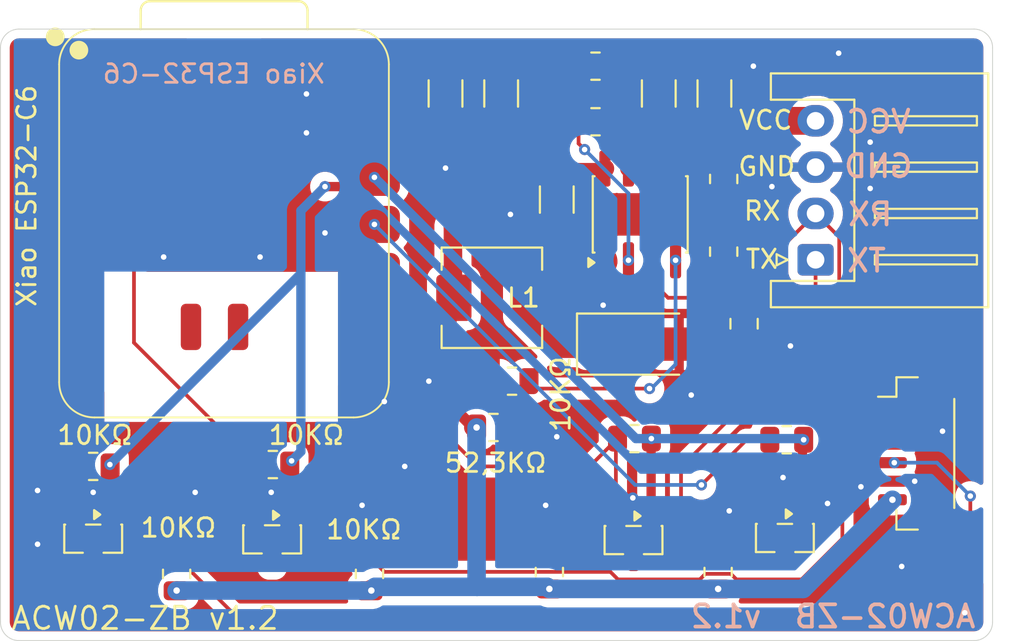
<source format=kicad_pcb>
(kicad_pcb (version 20241229) (generator "pcbnew") (generator_version "9.0")
  (layers (0 "F.Cu" signal) (2 "B.Cu" signal) (13 "F.Paste" user) (15 "B.Paste" user) (5 "F.SilkS" user "F.Silkscreen") (7 "B.SilkS" user "B.Silkscreen") (1 "F.Mask" user) (3 "B.Mask" user) (25 "Edge.Cuts" user))
  (net 0 "")
  (net 1 "+12V")
  (net 2 "GND")
  (net 3 "+5V")
  (net 4 "TX")
  (net 5 "+3.3V")
  (net 6 "RX")
  (net 7 "TX_5V")
  (net 8 "RX_5V")
  (net 9 "SW")
  (net 13 "GPIO2")
  (net 14 "GPIO1")
  (net 16 "Net-(U3-BST)")
  (net 17 "Net-(U3-COMP)")
  (net 18 "Net-(C6-Pad2)")
  (net 19 "Net-(U3-EN)")
  (net 20 "Net-(U3-FB)")
  (net 21 "Net-(U3-FREQ)")
  (net 35 "GPIO2HV")
  (net 36 "GPIO1HV")
  (footprint "Diode_SMD:D_SMA" (layer "F.Cu") (at 124.6 84)
    (property "Reference" "D1" (hide yes))
    (property "Value" "SS34")
    (pad "1" smd roundrect (at -2 0) (size 2.5 1.8) (layers "F.Cu" "F.Mask" "F.Paste") (roundrect_rratio 0.1388888889) (net 9 "SW"))
    (pad "2" smd roundrect (at 2 0) (size 2.5 1.8) (layers "F.Cu" "F.Mask" "F.Paste") (roundrect_rratio 0.1388888889) (net 2 "GND"))
  )
  (footprint "acw02_zb:XIAO-ESP32C6-SMD" (layer "F.Cu") (at 102.2816 77.5185)
    (property "Reference" "U1" (hide yes))
    (property "Value" "XIAO-ESP32-S3-SMD")
    (pad "1" smd roundrect (at -8.2816 -7.5985) (size 2.75 2) (layers "F.Cu" "F.Mask" "F.Paste"))
    (pad "2" smd roundrect (at -8.2816 -5.0585) (size 2.75 2) (layers "F.Cu" "F.Mask" "F.Paste") (net 14 "GPIO1"))
    (pad "3" smd roundrect (at -8.2816 -2.5185) (size 2.75 2) (layers "F.Cu" "F.Mask" "F.Paste") (net 13 "GPIO2"))
    (pad "4" smd roundrect (at -8.2816 0.0215) (size 2.75 2) (layers "F.Cu" "F.Mask" "F.Paste"))
    (pad "5" smd roundrect (at -8.2816 2.5615) (size 2.75 2) (layers "F.Cu" "F.Mask" "F.Paste"))
    (pad "6" smd roundrect (at -8.2816 5.1015) (size 2.75 2) (layers "F.Cu" "F.Mask" "F.Paste"))
    (pad "7" smd roundrect (at -8.2816 7.6415) (size 2.75 2) (layers "F.Cu" "F.Mask" "F.Paste"))
    (pad "8" smd roundrect (at 7.8834 7.6415) (size 2.75 2) (layers "F.Cu" "F.Mask" "F.Paste"))
    (pad "9" smd roundrect (at 7.8834 5.1015) (size 2.75 2) (layers "F.Cu" "F.Mask" "F.Paste"))
    (pad "10" smd roundrect (at 7.8834 2.5615) (size 2.75 2) (layers "F.Cu" "F.Mask" "F.Paste") (net 6 "RX"))
    (pad "11" smd roundrect (at 7.8834 0.0215) (size 2.75 2) (layers "F.Cu" "F.Mask" "F.Paste") (net 4 "TX"))
    (pad "12" smd roundrect (at 7.8834 -2.5185) (size 2.75 2) (layers "F.Cu" "F.Mask" "F.Paste") (net 5 "+3.3V"))
    (pad "13" smd roundrect (at 7.8834 -5.0585) (size 2.75 2) (layers "F.Cu" "F.Mask" "F.Paste") (net 2 "GND"))
    (pad "14" smd roundrect (at 7.8834 -7.5985) (size 2.75 2) (layers "F.Cu" "F.Mask" "F.Paste") (net 3 "+5V"))
    (pad "15" smd roundrect (at -2.008 5.5532 270) (size 2.5 1.1) (layers "F.Cu" "F.Mask" "F.Paste"))
    (pad "16" smd roundrect (at 0.532 5.5532 270) (size 2.5 1.1) (layers "F.Cu" "F.Mask" "F.Paste"))
    (pad "17" smd circle (at -1.5 -8.62) (size 1.7 1.7) (layers "F.Cu" "F.Mask" "F.Paste"))
    (pad "18" smd circle (at 1.04 -8.62) (size 1.7 1.7) (layers "F.Cu" "F.Mask" "F.Paste"))
    (pad "19" smd circle (at -1.5 -6.08) (size 1.7 1.7) (layers "F.Cu" "F.Mask" "F.Paste"))
    (pad "20" smd circle (at 1.04 -6.08) (size 1.7 1.7) (layers "F.Cu" "F.Mask" "F.Paste"))
    (pad "21" smd circle (at -1.5 -3.54) (size 1.7 1.7) (layers "F.Cu" "F.Mask" "F.Paste"))
    (pad "22" smd circle (at 1.04 -3.54) (size 1.7 1.7) (layers "F.Cu" "F.Mask" "F.Paste"))
    (pad "23" smd circle (at -1.5 -1) (size 1.7 1.7) (layers "F.Cu" "F.Mask" "F.Paste"))
    (pad "24" smd circle (at 0.9474 -1.0568) (size 1.7 1.7) (layers "F.Cu" "F.Mask" "F.Paste"))
  )
  (footprint "Resistor_SMD:R_0805_2012Metric" (layer "F.Cu") (at 99.5 96.4 90)
    (property "Reference" "R10" (hide yes))
    (property "Value" "10K")
    (pad "1" smd roundrect (at -0.9125 0 90) (size 1.025 1.4) (layers "F.Cu" "F.Mask" "F.Paste") (roundrect_rratio 0.243902) (net 3 "+5V"))
    (pad "2" smd roundrect (at 0.9125 0 90) (size 1.025 1.4) (layers "F.Cu" "F.Mask" "F.Paste") (roundrect_rratio 0.243902) (net 35 "GPIO2HV"))
  )
  (footprint "Resistor_SMD:R_0805_2012Metric" (layer "F.Cu") (at 132.4 89.1625 180)
    (property "Reference" "R11" (hide yes))
    (property "Value" "10K")
    (pad "1" smd roundrect (at -0.9125 0 180) (size 1.025 1.4) (layers "F.Cu" "F.Mask" "F.Paste") (roundrect_rratio 0.243902) (net 5 "+3.3V"))
    (pad "2" smd roundrect (at 0.9125 0 180) (size 1.025 1.4) (layers "F.Cu" "F.Mask" "F.Paste") (roundrect_rratio 0.243902) (net 4 "TX"))
  )
  (footprint "Resistor_SMD:R_0805_2012Metric" (layer "F.Cu") (at 122.0875 72 180)
    (property "Reference" "R1" (hide yes))
    (property "Value" "100K")
    (pad "1" smd roundrect (at -0.9125 0 180) (size 1.025 1.4) (layers "F.Cu" "F.Mask" "F.Paste") (roundrect_rratio 0.243902) (net 1 "+12V"))
    (pad "2" smd roundrect (at 0.9125 0 180) (size 1.025 1.4) (layers "F.Cu" "F.Mask" "F.Paste") (roundrect_rratio 0.243902) (net 19 "Net-(U3-EN)"))
  )
  (footprint "Capacitor_SMD:C_0805_2012Metric" (layer "F.Cu") (at 130.1 82.9 90)
    (property "Reference" "C6" (hide yes))
    (property "Value" "220pF")
    (pad "1" smd roundrect (at -0.95 0 90) (size 1 1.45) (layers "F.Cu" "F.Mask" "F.Paste") (net 17 "Net-(U3-COMP)"))
    (pad "2" smd roundrect (at 0.95 0 90) (size 1 1.45) (layers "F.Cu" "F.Mask" "F.Paste") (net 18 "Net-(C6-Pad2)"))
  )
  (footprint "Capacitor_SMD:C_1206_3216Metric" (layer "F.Cu") (at 120 76.2 -90)
    (property "Reference" "C5" (hide yes))
    (property "Value" "100nF")
    (pad "1" smd roundrect (at -1.475 0 270) (size 1.15 1.8) (layers "F.Cu" "F.Mask" "F.Paste") (roundrect_rratio 0.217391) (net 16 "Net-(U3-BST)"))
    (pad "2" smd roundrect (at 1.475 0 270) (size 1.15 1.8) (layers "F.Cu" "F.Mask" "F.Paste") (roundrect_rratio 0.217391) (net 9 "SW"))
  )
  (footprint "Resistor_SMD:R_0805_2012Metric" (layer "F.Cu") (at 124.1875 89.1 180)
    (property "Reference" "R13" (hide yes))
    (property "Value" "10K")
    (pad "1" smd roundrect (at -0.9125 0 180) (size 1.025 1.4) (layers "F.Cu" "F.Mask" "F.Paste") (roundrect_rratio 0.243902) (net 5 "+3.3V"))
    (pad "2" smd roundrect (at 0.9125 0 180) (size 1.025 1.4) (layers "F.Cu" "F.Mask" "F.Paste") (roundrect_rratio 0.243902) (net 6 "RX"))
  )
  (footprint "Inductor_SMD:L_APV_APH0530" (layer "F.Cu") (at 116.5 81.5 180)
    (property "Reference" "L1" (at -1.7 0 180) (layer "F.SilkS"))
    (property "Value" "10µH")
    (pad "1" smd roundrect (at -2.05 0 180) (size 1.9 2.5) (layers "F.Cu" "F.Mask" "F.Paste") (roundrect_rratio 0.131579) (net 9 "SW"))
    (pad "2" smd roundrect (at 2.05 0 180) (size 1.9 2.5) (layers "F.Cu" "F.Mask" "F.Paste") (roundrect_rratio 0.131579) (net 3 "+5V"))
  )
  (footprint "Package_TO_SOT_SMD:SOT-23" (layer "F.Cu") (at 132.3 94.4625 -90)
    (property "Reference" "Q3" (hide yes))
    (property "Value" "BSS138")
    (pad "1" smd roundrect (at -0.9375 -0.95 270) (size 1.475 0.6) (layers "F.Cu" "F.Mask" "F.Paste") (net 5 "+3.3V"))
    (pad "2" smd roundrect (at -0.9375 0.95 270) (size 1.475 0.6) (layers "F.Cu" "F.Mask" "F.Paste") (net 4 "TX"))
    (pad "3" smd roundrect (at 0.9375 0 270) (size 1.475 0.6) (layers "F.Cu" "F.Mask" "F.Paste") (net 8 "RX_5V"))
  )
  (footprint "Package_TO_SOT_SMD:SOT-23" (layer "F.Cu") (at 95 94.5 -90)
    (property "Reference" "Q1" (hide yes))
    (property "Value" "BSS138")
    (pad "1" smd roundrect (at -0.9375 -0.95 270) (size 1.475 0.6) (layers "F.Cu" "F.Mask" "F.Paste") (net 5 "+3.3V"))
    (pad "2" smd roundrect (at -0.9375 0.95 270) (size 1.475 0.6) (layers "F.Cu" "F.Mask" "F.Paste") (net 13 "GPIO2"))
    (pad "3" smd roundrect (at 0.9375 0 270) (size 1.475 0.6) (layers "F.Cu" "F.Mask" "F.Paste") (net 35 "GPIO2HV"))
  )
  (footprint "Resistor_SMD:R_0805_2012Metric" (layer "F.Cu") (at 116.5875 88.5 180)
    (property "Reference" "R5" (hide yes))
    (property "Value" "52.3K")
    (pad "1" smd roundrect (at -0.9125 0 180) (size 1.025 1.4) (layers "F.Cu" "F.Mask" "F.Paste") (roundrect_rratio 0.243902) (net 20 "Net-(U3-FB)"))
    (pad "2" smd roundrect (at 0.9125 0 180) (size 1.025 1.4) (layers "F.Cu" "F.Mask" "F.Paste") (roundrect_rratio 0.243902) (net 3 "+5V"))
  )
  (footprint "Capacitor_SMD:C_1206_3216Metric" (layer "F.Cu") (at 125.5 70.475 90)
    (property "Reference" "C3" (hide yes))
    (property "Value" "100nF")
    (pad "1" smd roundrect (at -1.475 0 90) (size 1.15 1.8) (layers "F.Cu" "F.Mask" "F.Paste") (roundrect_rratio 0.217391) (net 1 "+12V"))
    (pad "2" smd roundrect (at 1.475 0 90) (size 1.15 1.8) (layers "F.Cu" "F.Mask" "F.Paste") (roundrect_rratio 0.217391) (net 2 "GND"))
  )
  (footprint "Connector_JST:JST_SH_BM06B-SRSS-TB_1x06-1MP_P1.00mm_Vertical" (layer "F.Cu") (at 139.425 89.9 -90)
    (property "Reference" "J6" (hide yes))
    (property "Value" "Conn_01x06_Pin")
    (pad "1" smd roundrect (at -2.5 1.325 270) (size 0.6 1.55) (layers "F.Cu" "F.Mask" "F.Paste") (net 7 "TX_5V"))
    (pad "2" smd roundrect (at -1.5 1.325 270) (size 0.6 1.55) (layers "F.Cu" "F.Mask" "F.Paste") (net 8 "RX_5V"))
    (pad "3" smd roundrect (at -0.5 1.325 270) (size 0.6 1.55) (layers "F.Cu" "F.Mask" "F.Paste") (net 36 "GPIO1HV"))
    (pad "4" smd roundrect (at 0.5 1.325 270) (size 0.6 1.55) (layers "F.Cu" "F.Mask" "F.Paste") (net 35 "GPIO2HV"))
    (pad "5" smd roundrect (at 1.5 1.325 270) (size 0.6 1.55) (layers "F.Cu" "F.Mask" "F.Paste") (net 2 "GND"))
    (pad "6" smd roundrect (at 2.5 1.325 270) (size 0.6 1.55) (layers "F.Cu" "F.Mask" "F.Paste") (net 3 "+5V"))
    (pad "MP" smd roundrect (at -3.8 -1.2 270) (size 1.2 1.8) (layers "F.Cu" "F.Mask" "F.Paste") (roundrect_rratio 0.208333))
    (pad "MP" smd roundrect (at 3.8 -1.2 270) (size 1.2 1.8) (layers "F.Cu" "F.Mask" "F.Paste") (roundrect_rratio 0.208333))
  )
  (footprint "Resistor_SMD:R_0805_2012Metric" (layer "F.Cu") (at 95 90.6 180)
    (property "Reference" "R9" (hide yes))
    (property "Value" "10K")
    (pad "1" smd roundrect (at -0.9125 0 180) (size 1.025 1.4) (layers "F.Cu" "F.Mask" "F.Paste") (roundrect_rratio 0.243902) (net 5 "+3.3V"))
    (pad "2" smd roundrect (at 0.9125 0 180) (size 1.025 1.4) (layers "F.Cu" "F.Mask" "F.Paste") (roundrect_rratio 0.243902) (net 13 "GPIO2"))
  )
  (footprint "Resistor_SMD:R_0805_2012Metric" (layer "F.Cu") (at 119.6 96.3 90)
    (property "Reference" "R14" (hide yes))
    (property "Value" "10K")
    (pad "1" smd roundrect (at -0.9125 0 90) (size 1.025 1.4) (layers "F.Cu" "F.Mask" "F.Paste") (roundrect_rratio 0.243902) (net 3 "+5V"))
    (pad "2" smd roundrect (at 0.9125 0 90) (size 1.025 1.4) (layers "F.Cu" "F.Mask" "F.Paste") (roundrect_rratio 0.243902) (net 7 "TX_5V"))
  )
  (footprint "Package_SO:SOIC-8-1EP_3.9x4.9mm_P1.27mm_EP2.29x3mm" (layer "F.Cu") (at 124.5 77 90)
    (property "Reference" "U3" (hide yes))
    (property "Value" "MP1584EN-LF-Z")
    (pad "1" smd roundrect (at -2.475 -1.905 90) (size 1.95 0.6) (layers "F.Cu" "F.Mask" "F.Paste") (net 9 "SW"))
    (pad "2" smd roundrect (at -2.475 -0.635 90) (size 1.95 0.6) (layers "F.Cu" "F.Mask" "F.Paste") (net 19 "Net-(U3-EN)"))
    (pad "3" smd roundrect (at -2.475 0.635 90) (size 1.95 0.6) (layers "F.Cu" "F.Mask" "F.Paste") (net 17 "Net-(U3-COMP)"))
    (pad "4" smd roundrect (at -2.475 1.905 90) (size 1.95 0.6) (layers "F.Cu" "F.Mask" "F.Paste") (net 20 "Net-(U3-FB)"))
    (pad "5" smd roundrect (at 2.475 1.905 90) (size 1.95 0.6) (layers "F.Cu" "F.Mask" "F.Paste") (net 2 "GND"))
    (pad "6" smd roundrect (at 2.475 0.635 90) (size 1.95 0.6) (layers "F.Cu" "F.Mask" "F.Paste") (net 21 "Net-(U3-FREQ)"))
    (pad "7" smd roundrect (at 2.475 -0.635 90) (size 1.95 0.6) (layers "F.Cu" "F.Mask" "F.Paste") (net 1 "+12V"))
    (pad "8" smd roundrect (at 2.475 -1.905 90) (size 1.95 0.6) (layers "F.Cu" "F.Mask" "F.Paste") (net 16 "Net-(U3-BST)"))
    (pad "9" smd rect (at 0 0 90) (size 2.29 3) (property pad_prop_heatsink) (layers "F.Cu" "F.Mask") (net 2 "GND"))
  )
  (footprint "Capacitor_SMD:C_1206_3216Metric" (layer "F.Cu") (at 128.5 70.475 90)
    (property "Reference" "C2" (hide yes))
    (property "Value" "10µF-25V")
    (pad "1" smd roundrect (at -1.475 0 90) (size 1.15 1.8) (layers "F.Cu" "F.Mask" "F.Paste") (roundrect_rratio 0.217391) (net 1 "+12V"))
    (pad "2" smd roundrect (at 1.475 0 90) (size 1.15 1.8) (layers "F.Cu" "F.Mask" "F.Paste") (roundrect_rratio 0.217391) (net 2 "GND"))
  )
  (footprint "Resistor_SMD:R_0805_2012Metric" (layer "F.Cu") (at 129 75.0875 -90)
    (property "Reference" "R4" (hide yes))
    (property "Value" "200K")
    (pad "1" smd roundrect (at -0.9125 0 270) (size 1.025 1.4) (layers "F.Cu" "F.Mask" "F.Paste") (roundrect_rratio 0.243902) (net 21 "Net-(U3-FREQ)"))
    (pad "2" smd roundrect (at 0.9125 0 270) (size 1.025 1.4) (layers "F.Cu" "F.Mask" "F.Paste") (roundrect_rratio 0.243902) (net 2 "GND"))
  )
  (footprint "Resistor_SMD:R_0805_2012Metric" (layer "F.Cu") (at 109.9 96.4 90)
    (property "Reference" "R8" (hide yes))
    (property "Value" "10K")
    (pad "1" smd roundrect (at -0.9125 0 90) (size 1.025 1.4) (layers "F.Cu" "F.Mask" "F.Paste") (roundrect_rratio 0.243902) (net 3 "+5V"))
    (pad "2" smd roundrect (at 0.9125 0 90) (size 1.025 1.4) (layers "F.Cu" "F.Mask" "F.Paste") (roundrect_rratio 0.243902) (net 36 "GPIO1HV"))
  )
  (footprint "Capacitor_SMD:C_1206_3216Metric" (layer "F.Cu") (at 117 70.475 -90)
    (property "Reference" "C7" (hide yes))
    (property "Value" "22µF-10V")
    (pad "1" smd roundrect (at -1.475 0 270) (size 1.15 1.8) (layers "F.Cu" "F.Mask" "F.Paste") (roundrect_rratio 0.217391) (net 3 "+5V"))
    (pad "2" smd roundrect (at 1.475 0 270) (size 1.15 1.8) (layers "F.Cu" "F.Mask" "F.Paste") (roundrect_rratio 0.217391) (net 2 "GND"))
  )
  (footprint "Resistor_SMD:R_0805_2012Metric" (layer "F.Cu") (at 122.0875 69)
    (property "Reference" "R2" (hide yes))
    (property "Value" "24.9K")
    (pad "1" smd roundrect (at -0.9125 0) (size 1.025 1.4) (layers "F.Cu" "F.Mask" "F.Paste") (roundrect_rratio 0.243902) (net 19 "Net-(U3-EN)"))
    (pad "2" smd roundrect (at 0.9125 0) (size 1.025 1.4) (layers "F.Cu" "F.Mask" "F.Paste") (roundrect_rratio 0.243902) (net 2 "GND"))
  )
  (footprint "Capacitor_SMD:C_1206_3216Metric" (layer "F.Cu") (at 114 70.475 -90)
    (property "Reference" "C8" (hide yes))
    (property "Value" "100nF")
    (pad "1" smd roundrect (at -1.475 0 270) (size 1.15 1.8) (layers "F.Cu" "F.Mask" "F.Paste") (roundrect_rratio 0.217391) (net 3 "+5V"))
    (pad "2" smd roundrect (at 1.475 0 270) (size 1.15 1.8) (layers "F.Cu" "F.Mask" "F.Paste") (roundrect_rratio 0.217391) (net 2 "GND"))
  )
  (footprint "Resistor_SMD:R_0805_2012Metric" (layer "F.Cu") (at 128.7 96.3 90)
    (property "Reference" "R12" (hide yes))
    (property "Value" "10K")
    (pad "1" smd roundrect (at -0.9125 0 90) (size 1.025 1.4) (layers "F.Cu" "F.Mask" "F.Paste") (roundrect_rratio 0.243902) (net 3 "+5V"))
    (pad "2" smd roundrect (at 0.9125 0 90) (size 1.025 1.4) (layers "F.Cu" "F.Mask" "F.Paste") (roundrect_rratio 0.243902) (net 8 "RX_5V"))
  )
  (footprint "Connector_JST:JST_XH_S4B-XH-A_1x04_P2.50mm_Horizontal" (layer "F.Cu") (at 133.955 79.45 90)
    (property "Reference" "J1" (hide yes))
    (property "Value" "Conn_01x04_Socket")
    (pad "1" thru_hole roundrect (at 0 0 90) (size 1.7 1.95) (drill 0.95) (layers "*.Cu" "*.Mask") (roundrect_rratio 0.147059) (net 8 "RX_5V"))
    (pad "2" thru_hole oval (at 2.5 0 90) (size 1.7 1.95) (drill 0.95) (layers "*.Cu" "*.Mask") (net 7 "TX_5V"))
    (pad "3" thru_hole oval (at 5 0 90) (size 1.7 1.95) (drill 0.95) (layers "*.Cu" "*.Mask") (net 2 "GND"))
    (pad "4" thru_hole oval (at 7.5 0 90) (size 1.7 1.95) (drill 0.95) (layers "*.Cu" "*.Mask") (net 1 "+12V"))
  )
  (footprint "Resistor_SMD:R_0805_2012Metric" (layer "F.Cu") (at 129 79.01 90)
    (property "Reference" "R6" (hide yes))
    (property "Value" "10K")
    (pad "1" smd roundrect (at -0.9125 0 90) (size 1.025 1.4) (layers "F.Cu" "F.Mask" "F.Paste") (roundrect_rratio 0.243902) (net 18 "Net-(C6-Pad2)"))
    (pad "2" smd roundrect (at 0.9125 0 90) (size 1.025 1.4) (layers "F.Cu" "F.Mask" "F.Paste") (roundrect_rratio 0.243902) (net 2 "GND"))
  )
  (footprint "Resistor_SMD:R_0805_2012Metric" (layer "F.Cu") (at 104.6875 90.5 180)
    (property "Reference" "R7" (hide yes))
    (property "Value" "10K")
    (pad "1" smd roundrect (at -0.9125 0 180) (size 1.025 1.4) (layers "F.Cu" "F.Mask" "F.Paste") (roundrect_rratio 0.243902) (net 5 "+3.3V"))
    (pad "2" smd roundrect (at 0.9125 0 180) (size 1.025 1.4) (layers "F.Cu" "F.Mask" "F.Paste") (roundrect_rratio 0.243902) (net 14 "GPIO1"))
  )
  (footprint "Package_TO_SOT_SMD:SOT-23" (layer "F.Cu") (at 124.1375 94.575 -90)
    (property "Reference" "Q4" (hide yes))
    (property "Value" "BSS138")
    (pad "1" smd roundrect (at -0.9375 -0.95 270) (size 1.475 0.6) (layers "F.Cu" "F.Mask" "F.Paste") (net 5 "+3.3V"))
    (pad "2" smd roundrect (at -0.9375 0.95 270) (size 1.475 0.6) (layers "F.Cu" "F.Mask" "F.Paste") (net 6 "RX"))
    (pad "3" smd roundrect (at 0.9375 0 270) (size 1.475 0.6) (layers "F.Cu" "F.Mask" "F.Paste") (net 7 "TX_5V"))
  )
  (footprint "Resistor_SMD:R_0805_2012Metric" (layer "F.Cu") (at 117.5875 86 180)
    (property "Reference" "R3" (hide yes))
    (property "Value" "10K")
    (pad "1" smd roundrect (at -0.9125 0 180) (size 1.025 1.4) (layers "F.Cu" "F.Mask" "F.Paste") (roundrect_rratio 0.243902) (net 20 "Net-(U3-FB)"))
    (pad "2" smd roundrect (at 0.9125 0 180) (size 1.025 1.4) (layers "F.Cu" "F.Mask" "F.Paste") (roundrect_rratio 0.243902) (net 2 "GND"))
  )
  (footprint "Package_TO_SOT_SMD:SOT-23" (layer "F.Cu") (at 104.65 94.5375 -90)
    (property "Reference" "Q2" (hide yes))
    (property "Value" "BSS138")
    (pad "1" smd roundrect (at -0.9375 -0.95 270) (size 1.475 0.6) (layers "F.Cu" "F.Mask" "F.Paste") (net 5 "+3.3V"))
    (pad "2" smd roundrect (at -0.9375 0.95 270) (size 1.475 0.6) (layers "F.Cu" "F.Mask" "F.Paste") (net 14 "GPIO1"))
    (pad "3" smd roundrect (at 0.9375 0 270) (size 1.475 0.6) (layers "F.Cu" "F.Mask" "F.Paste") (net 36 "GPIO1HV"))
  )
  (gr_line (start 143.5 68) (end 143.5 99) (stroke (width 0.05)) (layer "Edge.Cuts"))
  (gr_line (start 91 67) (end 142.5 67) (stroke (width 0.05)) (layer "Edge.Cuts"))
  (gr_line (start 142.5 100) (end 91 100) (stroke (width 0.05)) (layer "Edge.Cuts"))
  (gr_arc (start 90 68) (mid 90.292893 67.292893) (end 91 67) (stroke (width 0.05)) (layer "Edge.Cuts"))
  (gr_arc (start 143.5 99) (mid 143.207107 99.707107) (end 142.5 100) (stroke (width 0.05)) (layer "Edge.Cuts"))
  (gr_line (start 90 99) (end 90 68) (stroke (width 0.05)) (layer "Edge.Cuts"))
  (gr_arc (start 142.5 67) (mid 143.207107 67.292893) (end 143.5 68) (stroke (width 0.05)) (layer "Edge.Cuts"))
  (gr_arc (start 91 100) (mid 90.292893 99.707107) (end 90 99) (stroke (width 0.05)) (layer "Edge.Cuts"))
  (gr_text "10KΩ" (at 95.1 89.5 0) (layer "F.SilkS") (effects (font (size 1 1)) (justify bottom)))
  (gr_text "10KΩ" (at 109.6 94.6 0) (layer "F.SilkS") (effects (font (size 1 1)) (justify bottom)))
  (gr_text "10KΩ" (at 106.5 89.5 0) (layer "F.SilkS") (effects (font (size 1 1)) (justify bottom)))
  (gr_text "10KΩ" (at 120.8 86.7 90) (layer "F.SilkS") (effects (font (size 1 1)) (justify bottom)))
  (gr_text "52,3KΩ" (at 116.7 91 0) (layer "F.SilkS") (effects (font (size 1 1)) (justify bottom)))
  (gr_text "TX" (at 130.1 80 0) (layer "F.SilkS") (effects (font (size 1 1) (thickness 0.15) (bold yes)) (justify left bottom)))
  (gr_text "10KΩ" (at 99.6 94.5 0) (layer "F.SilkS") (effects (font (size 1 1)) (justify bottom)))
  (gr_text "ACW02-ZB v1.2" (at 97.8 99.5 0) (layer "F.SilkS") (effects (font (size 1.2 1.2)) (justify bottom)))
  (gr_text "VCC" (at 129.735 72.5 0) (layer "F.SilkS") (effects (font (size 1 1) (thickness 0.15) (bold yes)) (justify left bottom)))
  (gr_text "GND" (at 129.7 75 0) (layer "F.SilkS") (effects (font (size 1 1) (thickness 0.15) (bold yes)) (justify left bottom)))
  (gr_text "RX" (at 130 77.4 0) (layer "F.SilkS") (effects (font (size 1 1) (thickness 0.15) (bold yes)) (justify left bottom)))
  (gr_text "Xiao ESP32-C6" (at 92 76 90) (layer "F.SilkS") (effects (font (size 1 1)) (justify bottom)))
  (gr_text "ACW02-ZB  v1.2" (at 134.9 99.4 0) (layer "B.SilkS") (effects (font (size 1.2 1.2) (thickness 0.2) (bold yes)) (justify bottom mirror)))
  (gr_text "TX" (at 136.7 80.2 0) (layer "B.SilkS") (effects (font (size 1.2 1.2) (thickness 0.2) (bold yes)) (justify bottom mirror)))
  (gr_text "RX" (at 138.2 77.7 0) (layer "B.SilkS") (effects (font (size 1.2 1.2) (thickness 0.2) (bold yes)) (justify left bottom mirror)))
  (gr_text "VCC" (at 139.2 72.7 0) (layer "B.SilkS") (effects (font (size 1.2 1.2) (thickness 0.2) (bold yes)) (justify left bottom mirror)))
  (gr_text "GND" (at 139.3 75.1 0) (layer "B.SilkS") (effects (font (size 1.2 1.2) (thickness 0.2) (bold yes)) (justify left bottom mirror)))
  (gr_text "Xiao ESP32-C6" (at 101.5 70 0) (layer "B.SilkS") (effects (font (size 1 1)) (justify bottom mirror)))
  (segment (start 123 72) (end 123 72.252372) (width 1.5) (layer "F.Cu") (net 1))
  (segment (start 123 72.252372) (end 123.865 73.117372) (width 1.5) (layer "F.Cu") (net 1))
  (segment (start 123.05 71.95) (end 123 72) (width 1.5) (layer "F.Cu") (net 1))
  (segment (start 133.955 71.95) (end 128.5 71.95) (width 1.5) (layer "F.Cu") (net 1))
  (segment (start 125.5 71.95) (end 123.05 71.95) (width 1.5) (layer "F.Cu") (net 1))
  (segment (start 128.5 71.95) (end 125.5 71.95) (width 1.5) (layer "F.Cu") (net 1))
  (segment (start 123.865 74.525) (end 123.865 73.117372) (width 0.9) (layer "F.Cu") (net 1))
  (segment (start 113.49 72.46) (end 114 71.95) (width 2) (layer "F.Cu") (net 2))
  (segment (start 110.165 72.46) (end 113.49 72.46) (width 2) (layer "F.Cu") (net 2))
  (segment (start 114 71.95) (end 117 71.95) (width 2) (layer "F.Cu") (net 2))
  (via (at 95 92) (size 0.6) (drill 0.3) (layers "F.Cu" "B.Cu") (net 2))
  (via (at 124.1 92.3) (size 0.6) (drill 0.3) (layers "F.Cu" "B.Cu") (net 2))
  (via (at 109.5 92.7) (size 0.6) (drill 0.3) (layers "F.Cu" "B.Cu") (net 2))
  (via (at 132.6 84.1) (size 0.6) (drill 0.3) (layers "F.Cu" "B.Cu") (net 2))
  (via (at 110.7 87.1) (size 0.6) (drill 0.3) (layers "F.Cu" "B.Cu") (net 2))
  (via (at 136.4 91.7) (size 0.6) (drill 0.3) (layers "F.Cu" "B.Cu") (net 2))
  (via (at 122.5 81.9) (size 0.6) (drill 0.3) (layers "F.Cu" "B.Cu") (net 2))
  (via (at 113.1 86) (size 0.6) (drill 0.3) (layers "F.Cu" "B.Cu") (net 2))
  (via (at 98.8 79.3) (size 0.6) (drill 0.3) (layers "F.Cu" "B.Cu") (net 2))
  (via (at 117.5 77) (size 0.6) (drill 0.3) (layers "F.Cu" "B.Cu") (net 2))
  (via (at 140.8 88.7) (size 0.6) (drill 0.3) (layers "F.Cu" "B.Cu") (net 2))
  (via (at 132.2 91.2) (size 0.6) (drill 0.3) (layers "F.Cu" "B.Cu") (net 2))
  (via (at 134.6 92.6) (size 0.6) (drill 0.3) (layers "F.Cu" "B.Cu") (net 2))
  (via (at 104 79.3) (size 0.6) (drill 0.3) (layers "F.Cu" "B.Cu") (net 2))
  (via (at 92 94.8) (size 0.6) (drill 0.3) (layers "F.Cu" "B.Cu") (net 2))
  (via (at 120 89) (size 0.6) (drill 0.3) (layers "F.Cu" "B.Cu") (net 2))
  (via (at 106.5 70.5) (size 0.6) (drill 0.3) (layers "F.Cu" "B.Cu") (net 2))
  (via (at 127.25 86.75) (size 0.6) (drill 0.3) (layers "F.Cu" "B.Cu") (net 2))
  (via (at 135.2 68.3) (size 0.6) (drill 0.3) (layers "F.Cu" "B.Cu") (net 2))
  (via (at 100.5 92) (size 0.6) (drill 0.3) (layers "F.Cu" "B.Cu") (net 2))
  (via (at 130.6 69) (size 0.6) (drill 0.3) (layers "F.Cu" "B.Cu") (net 2))
  (via (at 136.9 73.1) (size 0.6) (drill 0.3) (layers "F.Cu" "B.Cu") (net 2))
  (via (at 136.9 75.6) (size 0.6) (drill 0.3) (layers "F.Cu" "B.Cu") (net 2))
  (via (at 106.5 72.6) (size 0.6) (drill 0.3) (layers "F.Cu" "B.Cu") (net 2))
  (via (at 129.3 93) (size 0.6) (drill 0.3) (layers "F.Cu" "B.Cu") (net 2))
  (via (at 111.8 90.6) (size 0.6) (drill 0.3) (layers "F.Cu" "B.Cu") (net 2))
  (via (at 114 74.5) (size 0.6) (drill 0.3) (layers "F.Cu" "B.Cu") (net 2))
  (via (at 131.6 75.5) (size 0.6) (drill 0.3) (layers "F.Cu" "B.Cu") (net 2))
  (via (at 142 98.5) (size 0.6) (drill 0.3) (layers "F.Cu" "B.Cu") (net 2))
  (via (at 138.6 96) (size 0.6) (drill 0.3) (layers "F.Cu" "B.Cu") (net 2))
  (via (at 92 91.9) (size 0.6) (drill 0.3) (layers "F.Cu" "B.Cu") (net 2))
  (via (at 119.4 92.7) (size 0.6) (drill 0.3) (layers "F.Cu" "B.Cu") (net 2))
  (via (at 104.6 92) (size 0.6) (drill 0.3) (layers "F.Cu" "B.Cu") (net 2))
  (via (at 139.3 91.4) (size 0.6) (drill 0.3) (layers "F.Cu" "B.Cu") (net 2))
  (via (at 107.5 78) (size 0.6) (drill 0.3) (layers "F.Cu" "B.Cu") (net 2))
  (segment (start 114.4 77.651222) (end 114.4 81.45) (width 1) (layer "F.Cu") (net 3))
  (segment (start 119.5 72.551222) (end 114.4 77.651222) (width 1) (layer "F.Cu") (net 3))
  (segment (start 118.5 69) (end 119.5 70) (width 1) (layer "F.Cu") (net 3))
  (segment (start 112 69) (end 114 69) (width 1) (layer "F.Cu") (net 3))
  (segment (start 114 69) (end 117 69) (width 1) (layer "F.Cu") (net 3))
  (segment (start 109.9 97.3125) (end 110 97.2125) (width 1) (layer "F.Cu") (net 3))
  (segment (start 119.5 70) (end 119.5 72.551222) (width 1) (layer "F.Cu") (net 3))
  (segment (start 114.25 81.5) (end 114.3 81.55) (width 1) (layer "F.Cu") (net 3))
  (segment (start 114.45 81.5) (end 114.25 81.5) (width 1) (layer "F.Cu") (net 3))
  (segment (start 110.165 69.92) (end 111.08 69.92) (width 1) (layer "F.Cu") (net 3))
  (segment (start 117 69) (end 118.5 69) (width 1) (layer "F.Cu") (net 3))
  (segment (start 114.3 81.55) (end 114.3 87.3) (width 0.6) (layer "F.Cu") (net 3))
  (segment (start 114.4 81.45) (end 114.45 81.5) (width 1) (layer "F.Cu") (net 3))
  (segment (start 99.5 97.3125) (end 99.5 97.3) (width 1) (layer "F.Cu") (net 3))
  (segment (start 114.3 87.3) (end 115.5 88.5) (width 0.6) (layer "F.Cu") (net 3))
  (segment (start 111.08 69.92) (end 112 69) (width 1) (layer "F.Cu") (net 3))
  (segment (start 115.5 88.5) (end 115.675 88.5) (width 1) (layer "F.Cu") (net 3))
  (via (at 110 97.3) (size 0.7) (drill 0.35) (layers "F.Cu" "B.Cu") (net 3))
  (via (at 115.675 88.5) (size 0.7) (drill 0.35) (layers "F.Cu" "B.Cu") (net 3))
  (via (at 119.6 97.2125) (size 0.7) (drill 0.35) (layers "F.Cu" "B.Cu") (net 3))
  (via (at 99.5 97.3) (size 0.7) (drill 0.35) (layers "F.Cu" "B.Cu") (net 3))
  (via (at 128.7 97.2125) (size 0.7) (drill 0.35) (layers "F.Cu" "B.Cu") (net 3))
  (via (at 138.1 92.4) (size 0.7) (drill 0.35) (layers "F.Cu" "B.Cu") (net 3))
  (segment (start 110 97.3) (end 110.2 97.1) (width 1) (layer "B.Cu") (net 3))
  (segment (start 128.7 97.2125) (end 133.2875 97.2125) (width 1) (layer "B.Cu") (net 3))
  (segment (start 115.675 88.5) (end 115.675 97.075) (width 1) (layer "B.Cu") (net 3))
  (segment (start 115.7 97.1) (end 119.4875 97.1) (width 1) (layer "B.Cu") (net 3))
  (segment (start 119.4875 97.1) (end 119.6 97.2125) (width 1) (layer "B.Cu") (net 3))
  (segment (start 115.675 97.075) (end 115.7 97.1) (width 1) (layer "B.Cu") (net 3))
  (segment (start 119.6 97.2125) (end 128.7 97.2125) (width 1) (layer "B.Cu") (net 3))
  (segment (start 110.2 97.1) (end 115.7 97.1) (width 1) (layer "B.Cu") (net 3))
  (segment (start 133.2875 97.2125) (end 138.1 92.4) (width 1) (layer "B.Cu") (net 3))
  (segment (start 99.5 97.3) (end 110 97.3) (width 1) (layer "B.Cu") (net 3))
  (segment (start 130.2375 89.1625) (end 127.8 91.6) (width 0.2) (layer "F.Cu") (net 4))
  (segment (start 131.35 89.3) (end 131.4875 89.1625) (width 0.2) (layer "F.Cu") (net 4))
  (segment (start 131.35 93.525) (end 131.35 89.3) (width 0.2) (layer "F.Cu") (net 4))
  (segment (start 131.4875 89.1625) (end 130.2375 89.1625) (width 0.2) (layer "F.Cu") (net 4))
  (via (at 110.165 77.54) (size 0.6) (drill 0.3) (layers "F.Cu" "B.Cu") (net 4))
  (via (at 127.8 91.6) (size 0.6) (drill 0.3) (layers "F.Cu" "B.Cu") (net 4))
  (segment (start 124.225 91.6) (end 110.165 77.54) (width 0.2) (layer "B.Cu") (net 4))
  (segment (start 127.8 91.6) (end 124.225 91.6) (width 0.2) (layer "B.Cu") (net 4))
  (segment (start 105.6 90.4) (end 105.7 90.3) (width 0.5) (layer "F.Cu") (net 5))
  (segment (start 95.9125 90.6) (end 95.9125 90.5125) (width 0.5) (layer "F.Cu") (net 5))
  (segment (start 95.9125 90.5125) (end 95.9 90.5) (width 0.5) (layer "F.Cu") (net 5))
  (segment (start 133.25 93.525) (end 133.25 89.225) (width 0.5) (layer "F.Cu") (net 5))
  (segment (start 105.6 93.6) (end 105.6 90.5) (width 0.5) (layer "F.Cu") (net 5))
  (segment (start 107.5 75.5) (end 109.665 75.5) (width 0.5) (layer "F.Cu") (net 5))
  (segment (start 133.25 89.225) (end 133.3125 89.1625) (width 0.5) (layer "F.Cu") (net 5))
  (segment (start 125.0875 93.6375) (end 125.0875 89.1125) (width 0.5) (layer "F.Cu") (net 5))
  (segment (start 95.9 90.5) (end 95.9 93.5125) (width 0.5) (layer "F.Cu") (net 5))
  (segment (start 125.0875 89.1125) (end 125.1 89.1) (width 0.5) (layer "F.Cu") (net 5))
  (segment (start 105.6 90.5) (end 105.6 90.4) (width 0.5) (layer "F.Cu") (net 5))
  (segment (start 95.9 93.5125) (end 95.95 93.5625) (width 0.5) (layer "F.Cu") (net 5))
  (segment (start 109.665 75.5) (end 110.165 75) (width 0.5) (layer "F.Cu") (net 5))
  (segment (start 105.55 90.5375) (end 105.5875 90.5) (width 0.2) (layer "F.Cu") (net 5))
  (via (at 125.1 89.1) (size 0.6) (drill 0.3) (layers "F.Cu" "B.Cu") (net 5))
  (via (at 105.7 90.3) (size 0.6) (drill 0.3) (layers "F.Cu" "B.Cu") (net 5))
  (via (at 95.9 90.5) (size 0.6) (drill 0.3) (layers "F.Cu" "B.Cu") (net 5))
  (via (at 133.3125 89.1625) (size 0.6) (drill 0.3) (layers "F.Cu" "B.Cu") (net 5))
  (via (at 107.5 75.5) (size 0.6) (drill 0.3) (layers "F.Cu" "B.Cu") (net 5))
  (via (at 110.165 75) (size 0.6) (drill 0.3) (layers "F.Cu" "B.Cu") (net 5))
  (segment (start 133.25 89.1) (end 133.3125 89.1625) (width 0.5) (layer "B.Cu") (net 5))
  (segment (start 106.2 80.2) (end 106.2 76.8) (width 0.5) (layer "B.Cu") (net 5))
  (segment (start 106.2 76.8) (end 107.5 75.5) (width 0.5) (layer "B.Cu") (net 5))
  (segment (start 95.9 90.5) (end 106.2 80.2) (width 0.5) (layer "B.Cu") (net 5))
  (segment (start 125.1 89.1) (end 133.25 89.1) (width 0.5) (layer "B.Cu") (net 5))
  (segment (start 106.2 89.8) (end 106.2 80.2) (width 0.5) (layer "B.Cu") (net 5))
  (segment (start 125.1 89.1) (end 124.265 89.1) (width 0.5) (layer "B.Cu") (net 5))
  (segment (start 124.265 89.1) (end 110.165 75) (width 0.5) (layer "B.Cu") (net 5))
  (segment (start 105.7 90.3) (end 106.2 89.8) (width 0.5) (layer "B.Cu") (net 5))
  (segment (start 121.774 90.601) (end 115.751057 90.601) (width 0.2) (layer "F.Cu") (net 6))
  (segment (start 115.751057 90.601) (end 111.841 86.690943) (width 0.2) (layer "F.Cu") (net 6))
  (segment (start 111.841 81.756) (end 110.165 80.08) (width 0.2) (layer "F.Cu") (net 6))
  (segment (start 123.1875 93.6375) (end 123.1875 89.1875) (width 0.2) (layer "F.Cu") (net 6))
  (segment (start 123.275 89.1) (end 121.774 90.601) (width 0.2) (layer "F.Cu") (net 6))
  (segment (start 111.841 86.690943) (end 111.841 81.756) (width 0.2) (layer "F.Cu") (net 6))
  (segment (start 123.1875 89.1875) (end 123.275 89.1) (width 0.2) (layer "F.Cu") (net 6))
  (segment (start 124.45 95.2) (end 124.1375 95.5125) (width 0.2) (layer "F.Cu") (net 7))
  (segment (start 131.126 86.219532) (end 126.7 90.645532) (width 0.2) (layer "F.Cu") (net 7))
  (segment (start 125.5 95.2) (end 124.45 95.2) (width 0.2) (layer "F.Cu") (net 7))
  (segment (start 124.0125 95.3875) (end 124.1375 95.5125) (width 0.2) (layer "F.Cu") (net 7))
  (segment (start 133.955 76.95) (end 131.126 79.779) (width 0.2) (layer "F.Cu") (net 7))
  (segment (start 135.231 84.531) (end 135.231 78.226) (width 0.2) (layer "F.Cu") (net 7))
  (segment (start 119.6 95.3875) (end 124.0125 95.3875) (width 0.2) (layer "F.Cu") (net 7))
  (segment (start 138.1 87.4) (end 135.231 84.531) (width 0.2) (layer "F.Cu") (net 7))
  (segment (start 126.7 90.645532) (end 126.7 94) (width 0.2) (layer "F.Cu") (net 7))
  (segment (start 126.7 94) (end 125.5 95.2) (width 0.2) (layer "F.Cu") (net 7))
  (segment (start 135.231 78.226) (end 133.955 76.95) (width 0.2) (layer "F.Cu") (net 7))
  (segment (start 131.126 79.779) (end 131.126 86.219532) (width 0.2) (layer "F.Cu") (net 7))
  (segment (start 128.7 95.3875) (end 132.2875 95.3875) (width 0.2) (layer "F.Cu") (net 8))
  (segment (start 133.955 85.029999) (end 133.955 79.45) (width 0.2) (layer "F.Cu") (net 8))
  (segment (start 137.325001 88.4) (end 133.955 85.029999) (width 0.2) (layer "F.Cu") (net 8))
  (segment (start 133.851 94.303468) (end 132.754468 95.4) (width 0.2) (layer "F.Cu") (net 8))
  (segment (start 132.2875 95.3875) (end 132.3 95.4) (width 0.2) (layer "F.Cu") (net 8))
  (segment (start 133.851 91.874001) (end 133.851 94.303468) (width 0.2) (layer "F.Cu") (net 8))
  (segment (start 132.754468 95.4) (end 132.3 95.4) (width 0.2) (layer "F.Cu") (net 8))
  (segment (start 137.325001 88.4) (end 133.851 91.874001) (width 0.2) (layer "F.Cu") (net 8))
  (segment (start 138.1 88.4) (end 137.325001 88.4) (width 0.2) (layer "F.Cu") (net 8))
  (segment (start 122.6 84) (end 120.1 84) (width 1.5) (layer "F.Cu") (net 9))
  (segment (start 118.55 81.5) (end 118.8 81.5) (width 1.5) (layer "F.Cu") (net 9))
  (segment (start 121.175 79.125) (end 122.083 79.125) (width 1.5) (layer "F.Cu") (net 9))
  (segment (start 120.1 84) (end 118.55 82.45) (width 1.5) (layer "F.Cu") (net 9))
  (segment (start 122.32 79.75) (end 120.55 79.75) (width 1.5) (layer "F.Cu") (net 9))
  (segment (start 122.514 79.556) (end 122.514 79.475) (width 1.5) (layer "F.Cu") (net 9))
  (segment (start 122.083 79.125) (end 122.514 79.556) (width 1.5) (layer "F.Cu") (net 9))
  (segment (start 118.55 80.55) (end 118.55 81.5) (width 1.5) (layer "F.Cu") (net 9))
  (segment (start 118.55 82.45) (end 118.55 81.5) (width 1.5) (layer "F.Cu") (net 9))
  (segment (start 120 77.675) (end 120 79.1) (width 1.5) (layer "F.Cu") (net 9))
  (segment (start 118.8 81.5) (end 121.175 79.125) (width 1.5) (layer "F.Cu") (net 9))
  (segment (start 120 79.1) (end 118.55 80.55) (width 1.5) (layer "F.Cu") (net 9))
  (segment (start 120.55 79.75) (end 120.55 78.225) (width 1.5) (layer "F.Cu") (net 9))
  (segment (start 122.514 79.556) (end 122.32 79.75) (width 1.5) (layer "F.Cu") (net 9))
  (segment (start 120.55 78.225) (end 120 77.675) (width 1.5) (layer "F.Cu") (net 9))
  (segment (start 94.05 90.6375) (end 94.0875 90.6) (width 0.2) (layer "F.Cu") (net 13))
  (segment (start 94.05 93.5625) (end 94.05 90.6375) (width 0.2) (layer "F.Cu") (net 13))
  (segment (start 91.9 88.4125) (end 91.9 77.1) (width 0.2) (layer "F.Cu") (net 13))
  (segment (start 91.9 77.1) (end 94 75) (width 0.2) (layer "F.Cu") (net 13))
  (segment (start 94.0875 90.6) (end 91.9 88.4125) (width 0.2) (layer "F.Cu") (net 13))
  (segment (start 97.2 75.66) (end 94 72.46) (width 0.2) (layer "F.Cu") (net 14))
  (segment (start 103.7 90.575) (end 103.775 90.5) (width 0.2) (layer "F.Cu") (net 14))
  (segment (start 103.775 90.5) (end 97.2 83.925) (width 0.2) (layer "F.Cu") (net 14))
  (segment (start 103.7 93.6) (end 103.7 90.575) (width 0.2) (layer "F.Cu") (net 14))
  (segment (start 97.2 83.925) (end 97.2 75.66) (width 0.2) (layer "F.Cu") (net 14))
  (segment (start 120 74.725) (end 122.395 74.725) (width 1) (layer "F.Cu") (net 16))
  (segment (start 122.395 74.725) (end 122.595 74.525) (width 1) (layer "F.Cu") (net 16))
  (segment (start 130.1 83.85) (end 130.1 83.8) (width 0.2) (layer "F.Cu") (net 17))
  (segment (start 130.1 83.8) (end 128.9 82.6) (width 0.2) (layer "F.Cu") (net 17))
  (segment (start 125.135 80.635) (end 125.135 79.475) (width 0.2) (layer "F.Cu") (net 17))
  (segment (start 128.3 81.5) (end 126 81.5) (width 0.2) (layer "F.Cu") (net 17))
  (segment (start 126 81.5) (end 125.135 80.635) (width 0.2) (layer "F.Cu") (net 17))
  (segment (start 128.9 82.1) (end 128.3 81.5) (width 0.2) (layer "F.Cu") (net 17))
  (segment (start 128.9 82.6) (end 128.9 82.1) (width 0.2) (layer "F.Cu") (net 17))
  (segment (start 129 79.9225) (end 129 80.85) (width 0.2) (layer "F.Cu") (net 18))
  (segment (start 129 80.85) (end 130.1 81.95) (width 0.2) (layer "F.Cu") (net 18))
  (segment (start 121.175 72) (end 121.175 73.175) (width 0.2) (layer "F.Cu") (net 19))
  (segment (start 121.175 69) (end 121.175 72) (width 0.2) (layer "F.Cu") (net 19))
  (segment (start 121.175 73.175) (end 121.5 73.5) (width 0.2) (layer "F.Cu") (net 19))
  (via (at 123.865 79.475) (size 0.6) (drill 0.3) (layers "F.Cu" "B.Cu") (net 19))
  (via (at 121.5 73.5) (size 0.6) (drill 0.3) (layers "F.Cu" "B.Cu") (net 19))
  (segment (start 123.865 75.865) (end 123.865 79.475) (width 0.2) (layer "B.Cu") (net 19))
  (segment (start 121.5 73.5) (end 123.865 75.865) (width 0.2) (layer "B.Cu") (net 19))
  (segment (start 118.5 86) (end 118.9 86.4) (width 0.2) (layer "F.Cu") (net 20))
  (segment (start 118.9 86.4) (end 125 86.4) (width 0.2) (layer "F.Cu") (net 20))
  (segment (start 117.5 87) (end 118.5 86) (width 0.2) (layer "F.Cu") (net 20))
  (segment (start 117.5 88.5) (end 117.5 87) (width 0.2) (layer "F.Cu") (net 20))
  (via (at 125 86.4) (size 0.6) (drill 0.3) (layers "F.Cu" "B.Cu") (net 20))
  (via (at 126.405 79.475) (size 0.6) (drill 0.3) (layers "F.Cu" "B.Cu") (net 20))
  (segment (start 126.405 85.095) (end 126.405 79.475) (width 0.2) (layer "B.Cu") (net 20))
  (segment (start 125.1 86.4) (end 126.405 85.095) (width 0.2) (layer "B.Cu") (net 20))
  (segment (start 125 86.4) (end 125.1 86.4) (width 0.2) (layer "B.Cu") (net 20))
  (segment (start 125.584001 73.101) (end 127.601 73.101) (width 0.2) (layer "F.Cu") (net 21))
  (segment (start 128.675 74.175) (end 129 74.175) (width 0.2) (layer "F.Cu") (net 21))
  (segment (start 127.601 73.101) (end 128.675 74.175) (width 0.2) (layer "F.Cu") (net 21))
  (segment (start 125.135 73.550001) (end 125.584001 73.101) (width 0.2) (layer "F.Cu") (net 21))
  (segment (start 125.135 74.525) (end 125.135 73.550001) (width 0.2) (layer "F.Cu") (net 21))
  (segment (start 99.45 95.4375) (end 99.5 95.4875) (width 0.2) (layer "F.Cu") (net 35))
  (segment (start 137.9 98.6) (end 138 98.5) (width 0.2) (layer "F.Cu") (net 35))
  (segment (start 95 95.4375) (end 99.45 95.4375) (width 0.2) (layer "F.Cu") (net 35))
  (segment (start 138 98.5) (end 140.3 98.5) (width 0.2) (layer "F.Cu") (net 35))
  (segment (start 140.3 98.5) (end 142.3 96.5) (width 0.2) (layer "F.Cu") (net 35))
  (segment (start 102.6125 98.6) (end 137.9 98.6) (width 0.2) (layer "F.Cu") (net 35))
  (segment (start 142.3 96.5) (end 142.3 92.2) (width 0.2) (layer "F.Cu") (net 35))
  (segment (start 99.5 95.4875) (end 102.6125 98.6) (width 0.2) (layer "F.Cu") (net 35))
  (segment (start 138.1 90.4) (end 138.2 90.4) (width 0.2) (layer "F.Cu") (net 35))
  (via (at 138.2 90.4) (size 0.6) (drill 0.3) (layers "F.Cu" "B.Cu") (net 35))
  (via (at 142.3 92.2) (size 0.6) (drill 0.3) (layers "F.Cu" "B.Cu") (net 35))
  (segment (start 138.2 90.4) (end 140.5 90.4) (width 0.2) (layer "B.Cu") (net 35))
  (segment (start 140.5 90.4) (end 142.3 92.2) (width 0.2) (layer "B.Cu") (net 35))
  (segment (start 122.890968 96.290968) (end 123.3 96.7) (width 0.2) (layer "F.Cu") (net 36))
  (segment (start 128.01484 96.399) (end 129.38516 96.399) (width 0.2) (layer "F.Cu") (net 36))
  (segment (start 135.4 91.6) (end 137.6 89.4) (width 0.2) (layer "F.Cu") (net 36))
  (segment (start 127.71384 96.7) (end 128.01484 96.399) (width 0.2) (layer "F.Cu") (net 36))
  (segment (start 110.703468 96.290968) (end 122.890968 96.290968) (width 0.2) (layer "F.Cu") (net 36))
  (segment (start 123.3 96.7) (end 127.71384 96.7) (width 0.2) (layer "F.Cu") (net 36))
  (segment (start 109.8875 95.475) (end 109.9 95.4875) (width 0.2) (layer "F.Cu") (net 36))
  (segment (start 133.2 96.7) (end 135.4 94.5) (width 0.2) (layer "F.Cu") (net 36))
  (segment (start 135.4 94.5) (end 135.4 91.6) (width 0.2) (layer "F.Cu") (net 36))
  (segment (start 137.6 89.4) (end 138.1 89.4) (width 0.2) (layer "F.Cu") (net 36))
  (segment (start 109.9 95.4875) (end 110.703468 96.290968) (width 0.2) (layer "F.Cu") (net 36))
  (segment (start 104.65 95.475) (end 109.8875 95.475) (width 0.2) (layer "F.Cu") (net 36))
  (segment (start 129.38516 96.399) (end 129.68616 96.7) (width 0.2) (layer "F.Cu") (net 36))
  (segment (start 129.68616 96.7) (end 133.2 96.7) (width 0.2) (layer "F.Cu") (net 36))
  (zone (net 2) (net_name "GND") (layer "F.Cu") (connect_pads (clearance 0.5)) (min_thickness 0.25) (fill yes (thermal_gap 0.5) (thermal_bridge_width 0.5))
    (polygon (pts (xy 143.1 99.5) (xy 90.5 99.5) (xy 90.5 67.5) (xy 143.1 67.5)))
    (polygon (pts (xy 95.6 80.1) (xy 95.6 88.2) (xy 108.2 88.2) (xy 108.2 80.1)))
  )
  (zone (net 2) (net_name "GND") (layer "B.Cu") (connect_pads (clearance 0.5)) (min_thickness 0.25) (fill yes (thermal_gap 0.5) (thermal_bridge_width 0.5))
    (polygon (pts (xy 143.115245 99.487141) (xy 90.715245 99.487141) (xy 90.715245 67.493907) (xy 143.115245 67.486282)))
    (polygon (pts (xy 95.6 80.087141) (xy 95.6 88.187141) (xy 108.2 88.187141) (xy 108.2 80.087141)))
  )
)
</source>
